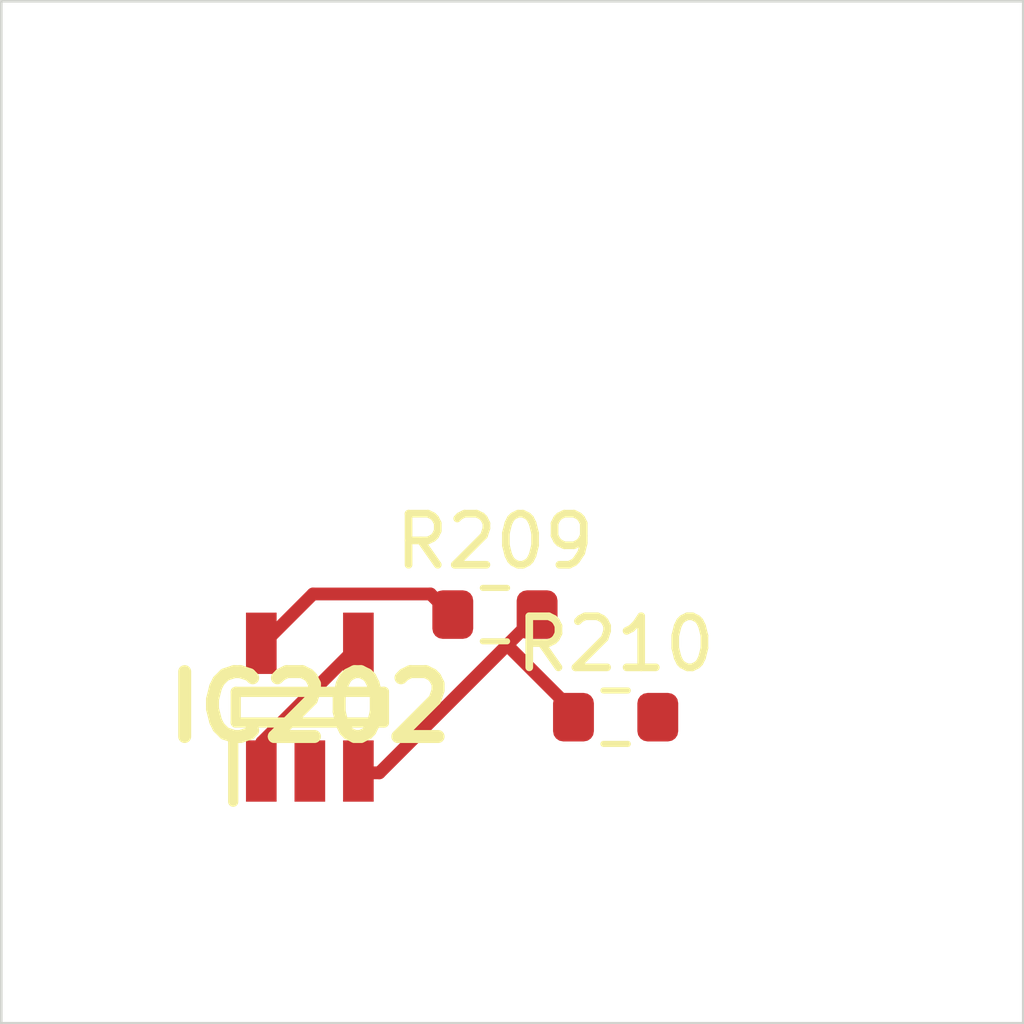
<source format=kicad_pcb>
 ( kicad_pcb  ( version 20171130 )
 ( host pcbnew 5.1.12-84ad8e8a86~92~ubuntu18.04.1 )
 ( general  ( thickness 1.6 )
 ( drawings 4 )
 ( tracks 0 )
 ( zones 0 )
 ( modules 3 )
 ( nets 5 )
)
 ( page A4 )
 ( layers  ( 0 F.Cu signal )
 ( 31 B.Cu signal )
 ( 32 B.Adhes user )
 ( 33 F.Adhes user )
 ( 34 B.Paste user )
 ( 35 F.Paste user )
 ( 36 B.SilkS user )
 ( 37 F.SilkS user )
 ( 38 B.Mask user )
 ( 39 F.Mask user )
 ( 40 Dwgs.User user )
 ( 41 Cmts.User user )
 ( 42 Eco1.User user )
 ( 43 Eco2.User user )
 ( 44 Edge.Cuts user )
 ( 45 Margin user )
 ( 46 B.CrtYd user )
 ( 47 F.CrtYd user )
 ( 48 B.Fab user )
 ( 49 F.Fab user )
)
 ( setup  ( last_trace_width 0.25 )
 ( trace_clearance 0.2 )
 ( zone_clearance 0.508 )
 ( zone_45_only no )
 ( trace_min 0.2 )
 ( via_size 0.8 )
 ( via_drill 0.4 )
 ( via_min_size 0.4 )
 ( via_min_drill 0.3 )
 ( uvia_size 0.3 )
 ( uvia_drill 0.1 )
 ( uvias_allowed no )
 ( uvia_min_size 0.2 )
 ( uvia_min_drill 0.1 )
 ( edge_width 0.05 )
 ( segment_width 0.2 )
 ( pcb_text_width 0.3 )
 ( pcb_text_size 1.5 1.5 )
 ( mod_edge_width 0.12 )
 ( mod_text_size 1 1 )
 ( mod_text_width 0.15 )
 ( pad_size 1.524 1.524 )
 ( pad_drill 0.762 )
 ( pad_to_mask_clearance 0 )
 ( aux_axis_origin 0 0 )
 ( visible_elements FFFFFF7F )
 ( pcbplotparams  ( layerselection 0x010fc_ffffffff )
 ( usegerberextensions false )
 ( usegerberattributes true )
 ( usegerberadvancedattributes true )
 ( creategerberjobfile true )
 ( excludeedgelayer true )
 ( linewidth 0.100000 )
 ( plotframeref false )
 ( viasonmask false )
 ( mode 1 )
 ( useauxorigin false )
 ( hpglpennumber 1 )
 ( hpglpenspeed 20 )
 ( hpglpendiameter 15.000000 )
 ( psnegative false )
 ( psa4output false )
 ( plotreference true )
 ( plotvalue true )
 ( plotinvisibletext false )
 ( padsonsilk false )
 ( subtractmaskfromsilk false )
 ( outputformat 1 )
 ( mirror false )
 ( drillshape 1 )
 ( scaleselection 1 )
 ( outputdirectory "" )
)
)
 ( net 0 "" )
 ( net 1 GND )
 ( net 2 VDDA )
 ( net 3 /Sheet6235D886/vp )
 ( net 4 "Net-(IC202-Pad3)" )
 ( net_class Default "This is the default net class."  ( clearance 0.2 )
 ( trace_width 0.25 )
 ( via_dia 0.8 )
 ( via_drill 0.4 )
 ( uvia_dia 0.3 )
 ( uvia_drill 0.1 )
 ( add_net /Sheet6235D886/vp )
 ( add_net GND )
 ( add_net "Net-(IC202-Pad3)" )
 ( add_net VDDA )
)
 ( module SOT95P280X145-5N locked  ( layer F.Cu )
 ( tedit 62336ED7 )
 ( tstamp 623423ED )
 ( at 86.038900 113.815000 90.000000 )
 ( descr DBV0005A )
 ( tags "Integrated Circuit" )
 ( path /6235D887/6266C08E )
 ( attr smd )
 ( fp_text reference IC202  ( at 0 0 )
 ( layer F.SilkS )
 ( effects  ( font  ( size 1.27 1.27 )
 ( thickness 0.254 )
)
)
)
 ( fp_text value TL071HIDBVR  ( at 0 0 )
 ( layer F.SilkS )
hide  ( effects  ( font  ( size 1.27 1.27 )
 ( thickness 0.254 )
)
)
)
 ( fp_line  ( start -1.85 -1.5 )
 ( end -0.65 -1.5 )
 ( layer F.SilkS )
 ( width 0.2 )
)
 ( fp_line  ( start -0.3 1.45 )
 ( end -0.3 -1.45 )
 ( layer F.SilkS )
 ( width 0.2 )
)
 ( fp_line  ( start 0.3 1.45 )
 ( end -0.3 1.45 )
 ( layer F.SilkS )
 ( width 0.2 )
)
 ( fp_line  ( start 0.3 -1.45 )
 ( end 0.3 1.45 )
 ( layer F.SilkS )
 ( width 0.2 )
)
 ( fp_line  ( start -0.3 -1.45 )
 ( end 0.3 -1.45 )
 ( layer F.SilkS )
 ( width 0.2 )
)
 ( fp_line  ( start -0.8 -0.5 )
 ( end 0.15 -1.45 )
 ( layer Dwgs.User )
 ( width 0.1 )
)
 ( fp_line  ( start -0.8 1.45 )
 ( end -0.8 -1.45 )
 ( layer Dwgs.User )
 ( width 0.1 )
)
 ( fp_line  ( start 0.8 1.45 )
 ( end -0.8 1.45 )
 ( layer Dwgs.User )
 ( width 0.1 )
)
 ( fp_line  ( start 0.8 -1.45 )
 ( end 0.8 1.45 )
 ( layer Dwgs.User )
 ( width 0.1 )
)
 ( fp_line  ( start -0.8 -1.45 )
 ( end 0.8 -1.45 )
 ( layer Dwgs.User )
 ( width 0.1 )
)
 ( fp_line  ( start -2.1 1.775 )
 ( end -2.1 -1.775 )
 ( layer Dwgs.User )
 ( width 0.05 )
)
 ( fp_line  ( start 2.1 1.775 )
 ( end -2.1 1.775 )
 ( layer Dwgs.User )
 ( width 0.05 )
)
 ( fp_line  ( start 2.1 -1.775 )
 ( end 2.1 1.775 )
 ( layer Dwgs.User )
 ( width 0.05 )
)
 ( fp_line  ( start -2.1 -1.775 )
 ( end 2.1 -1.775 )
 ( layer Dwgs.User )
 ( width 0.05 )
)
 ( pad 1 smd rect  ( at -1.25 -0.95 180.000000 )
 ( size 0.6 1.2 )
 ( layers F.Cu F.Mask F.Paste )
 ( net 3 /Sheet6235D886/vp )
)
 ( pad 2 smd rect  ( at -1.25 0 180.000000 )
 ( size 0.6 1.2 )
 ( layers F.Cu F.Mask F.Paste )
 ( net 1 GND )
)
 ( pad 3 smd rect  ( at -1.25 0.95 180.000000 )
 ( size 0.6 1.2 )
 ( layers F.Cu F.Mask F.Paste )
 ( net 4 "Net-(IC202-Pad3)" )
)
 ( pad 4 smd rect  ( at 1.25 0.95 180.000000 )
 ( size 0.6 1.2 )
 ( layers F.Cu F.Mask F.Paste )
 ( net 3 /Sheet6235D886/vp )
)
 ( pad 5 smd rect  ( at 1.25 -0.95 180.000000 )
 ( size 0.6 1.2 )
 ( layers F.Cu F.Mask F.Paste )
 ( net 2 VDDA )
)
)
 ( module Resistor_SMD:R_0603_1608Metric  ( layer F.Cu )
 ( tedit 5F68FEEE )
 ( tstamp 62342595 )
 ( at 89.661400 112.003000 )
 ( descr "Resistor SMD 0603 (1608 Metric), square (rectangular) end terminal, IPC_7351 nominal, (Body size source: IPC-SM-782 page 72, https://www.pcb-3d.com/wordpress/wp-content/uploads/ipc-sm-782a_amendment_1_and_2.pdf), generated with kicad-footprint-generator" )
 ( tags resistor )
 ( path /6235D887/623CDBD9 )
 ( attr smd )
 ( fp_text reference R209  ( at 0 -1.43 )
 ( layer F.SilkS )
 ( effects  ( font  ( size 1 1 )
 ( thickness 0.15 )
)
)
)
 ( fp_text value 100k  ( at 0 1.43 )
 ( layer F.Fab )
 ( effects  ( font  ( size 1 1 )
 ( thickness 0.15 )
)
)
)
 ( fp_line  ( start -0.8 0.4125 )
 ( end -0.8 -0.4125 )
 ( layer F.Fab )
 ( width 0.1 )
)
 ( fp_line  ( start -0.8 -0.4125 )
 ( end 0.8 -0.4125 )
 ( layer F.Fab )
 ( width 0.1 )
)
 ( fp_line  ( start 0.8 -0.4125 )
 ( end 0.8 0.4125 )
 ( layer F.Fab )
 ( width 0.1 )
)
 ( fp_line  ( start 0.8 0.4125 )
 ( end -0.8 0.4125 )
 ( layer F.Fab )
 ( width 0.1 )
)
 ( fp_line  ( start -0.237258 -0.5225 )
 ( end 0.237258 -0.5225 )
 ( layer F.SilkS )
 ( width 0.12 )
)
 ( fp_line  ( start -0.237258 0.5225 )
 ( end 0.237258 0.5225 )
 ( layer F.SilkS )
 ( width 0.12 )
)
 ( fp_line  ( start -1.48 0.73 )
 ( end -1.48 -0.73 )
 ( layer F.CrtYd )
 ( width 0.05 )
)
 ( fp_line  ( start -1.48 -0.73 )
 ( end 1.48 -0.73 )
 ( layer F.CrtYd )
 ( width 0.05 )
)
 ( fp_line  ( start 1.48 -0.73 )
 ( end 1.48 0.73 )
 ( layer F.CrtYd )
 ( width 0.05 )
)
 ( fp_line  ( start 1.48 0.73 )
 ( end -1.48 0.73 )
 ( layer F.CrtYd )
 ( width 0.05 )
)
 ( fp_text user %R  ( at 0 0 )
 ( layer F.Fab )
 ( effects  ( font  ( size 0.4 0.4 )
 ( thickness 0.06 )
)
)
)
 ( pad 1 smd roundrect  ( at -0.825 0 )
 ( size 0.8 0.95 )
 ( layers F.Cu F.Mask F.Paste )
 ( roundrect_rratio 0.25 )
 ( net 2 VDDA )
)
 ( pad 2 smd roundrect  ( at 0.825 0 )
 ( size 0.8 0.95 )
 ( layers F.Cu F.Mask F.Paste )
 ( roundrect_rratio 0.25 )
 ( net 4 "Net-(IC202-Pad3)" )
)
 ( model ${KISYS3DMOD}/Resistor_SMD.3dshapes/R_0603_1608Metric.wrl  ( at  ( xyz 0 0 0 )
)
 ( scale  ( xyz 1 1 1 )
)
 ( rotate  ( xyz 0 0 0 )
)
)
)
 ( module Resistor_SMD:R_0603_1608Metric  ( layer F.Cu )
 ( tedit 5F68FEEE )
 ( tstamp 623425A6 )
 ( at 92.023500 114.011000 )
 ( descr "Resistor SMD 0603 (1608 Metric), square (rectangular) end terminal, IPC_7351 nominal, (Body size source: IPC-SM-782 page 72, https://www.pcb-3d.com/wordpress/wp-content/uploads/ipc-sm-782a_amendment_1_and_2.pdf), generated with kicad-footprint-generator" )
 ( tags resistor )
 ( path /6235D887/623CDBDF )
 ( attr smd )
 ( fp_text reference R210  ( at 0 -1.43 )
 ( layer F.SilkS )
 ( effects  ( font  ( size 1 1 )
 ( thickness 0.15 )
)
)
)
 ( fp_text value 100k  ( at 0 1.43 )
 ( layer F.Fab )
 ( effects  ( font  ( size 1 1 )
 ( thickness 0.15 )
)
)
)
 ( fp_line  ( start 1.48 0.73 )
 ( end -1.48 0.73 )
 ( layer F.CrtYd )
 ( width 0.05 )
)
 ( fp_line  ( start 1.48 -0.73 )
 ( end 1.48 0.73 )
 ( layer F.CrtYd )
 ( width 0.05 )
)
 ( fp_line  ( start -1.48 -0.73 )
 ( end 1.48 -0.73 )
 ( layer F.CrtYd )
 ( width 0.05 )
)
 ( fp_line  ( start -1.48 0.73 )
 ( end -1.48 -0.73 )
 ( layer F.CrtYd )
 ( width 0.05 )
)
 ( fp_line  ( start -0.237258 0.5225 )
 ( end 0.237258 0.5225 )
 ( layer F.SilkS )
 ( width 0.12 )
)
 ( fp_line  ( start -0.237258 -0.5225 )
 ( end 0.237258 -0.5225 )
 ( layer F.SilkS )
 ( width 0.12 )
)
 ( fp_line  ( start 0.8 0.4125 )
 ( end -0.8 0.4125 )
 ( layer F.Fab )
 ( width 0.1 )
)
 ( fp_line  ( start 0.8 -0.4125 )
 ( end 0.8 0.4125 )
 ( layer F.Fab )
 ( width 0.1 )
)
 ( fp_line  ( start -0.8 -0.4125 )
 ( end 0.8 -0.4125 )
 ( layer F.Fab )
 ( width 0.1 )
)
 ( fp_line  ( start -0.8 0.4125 )
 ( end -0.8 -0.4125 )
 ( layer F.Fab )
 ( width 0.1 )
)
 ( fp_text user %R  ( at 0 0 )
 ( layer F.Fab )
 ( effects  ( font  ( size 0.4 0.4 )
 ( thickness 0.06 )
)
)
)
 ( pad 2 smd roundrect  ( at 0.825 0 )
 ( size 0.8 0.95 )
 ( layers F.Cu F.Mask F.Paste )
 ( roundrect_rratio 0.25 )
 ( net 1 GND )
)
 ( pad 1 smd roundrect  ( at -0.825 0 )
 ( size 0.8 0.95 )
 ( layers F.Cu F.Mask F.Paste )
 ( roundrect_rratio 0.25 )
 ( net 4 "Net-(IC202-Pad3)" )
)
 ( model ${KISYS3DMOD}/Resistor_SMD.3dshapes/R_0603_1608Metric.wrl  ( at  ( xyz 0 0 0 )
)
 ( scale  ( xyz 1 1 1 )
)
 ( rotate  ( xyz 0 0 0 )
)
)
)
 ( gr_line  ( start 100 100 )
 ( end 100 120 )
 ( layer Edge.Cuts )
 ( width 0.05 )
 ( tstamp 62E770C4 )
)
 ( gr_line  ( start 80 120 )
 ( end 100 120 )
 ( layer Edge.Cuts )
 ( width 0.05 )
 ( tstamp 62E770C0 )
)
 ( gr_line  ( start 80 100 )
 ( end 100 100 )
 ( layer Edge.Cuts )
 ( width 0.05 )
 ( tstamp 6234110C )
)
 ( gr_line  ( start 80 100 )
 ( end 80 120 )
 ( layer Edge.Cuts )
 ( width 0.05 )
)
 ( segment  ( start 88.800001 112.000002 )
 ( end 88.400001 111.600002 )
 ( width 0.250000 )
 ( layer F.Cu )
 ( net 2 )
)
 ( segment  ( start 88.400001 111.600002 )
 ( end 86.100001 111.600002 )
 ( width 0.250000 )
 ( layer F.Cu )
 ( net 2 )
)
 ( segment  ( start 86.100001 111.600002 )
 ( end 85.100001 112.600002 )
 ( width 0.250000 )
 ( layer F.Cu )
 ( net 2 )
)
 ( segment  ( start 87.000001 112.600002 )
 ( end 85.100001 114.500002 )
 ( width 0.250000 )
 ( layer F.Cu )
 ( net 3 )
)
 ( segment  ( start 85.100001 114.500002 )
 ( end 85.100001 115.100002 )
 ( width 0.250000 )
 ( layer F.Cu )
 ( net 3 )
)
 ( segment  ( start 90.500001 112.000002 )
 ( end 87.400001 115.100002 )
 ( width 0.250000 )
 ( layer F.Cu )
 ( net 4 )
)
 ( segment  ( start 87.400001 115.100002 )
 ( end 87.000001 115.100002 )
 ( width 0.250000 )
 ( layer F.Cu )
 ( net 4 )
)
 ( segment  ( start 91.200001 114.000002 )
 ( end 91.200001 113.900002 )
 ( width 0.250000 )
 ( layer F.Cu )
 ( net 4 )
)
 ( segment  ( start 91.200001 113.900002 )
 ( end 89.900001 112.600002 )
 ( width 0.250000 )
 ( layer F.Cu )
 ( net 4 )
)
)

</source>
